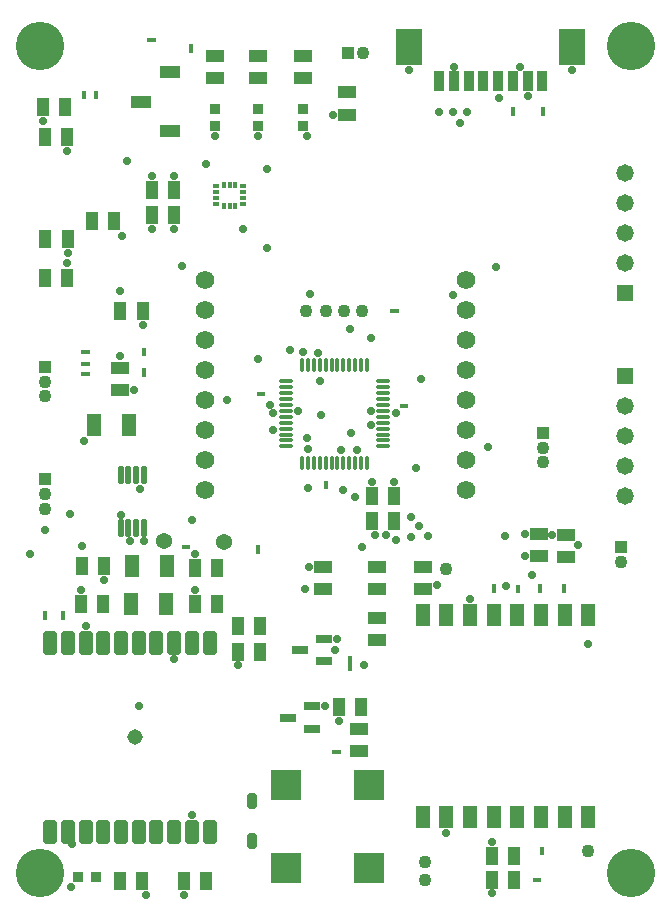
<source format=gts>
G04*
G04 #@! TF.GenerationSoftware,Altium Limited,Altium Designer,25.0.2 (28)*
G04*
G04 Layer_Color=8388736*
%FSLAX44Y44*%
%MOMM*%
G71*
G04*
G04 #@! TF.SameCoordinates,2A483E41-FD86-4516-B0ED-3C6593A289C4*
G04*
G04*
G04 #@! TF.FilePolarity,Negative*
G04*
G01*
G75*
%ADD20R,1.2000X1.9000*%
%ADD21R,1.2000X1.9000*%
%ADD25R,0.3500X0.5750*%
%ADD26R,0.5750X0.3500*%
%ADD40R,0.5500X0.3500*%
%ADD41R,0.3500X0.5500*%
%ADD42R,0.3500X0.5500*%
%ADD43R,0.5500X0.3500*%
%ADD44R,0.3500X0.5500*%
%ADD45R,0.3500X0.5500*%
%ADD46R,0.5500X0.3500*%
%ADD47R,0.5500X0.3500*%
%ADD48R,1.5716X1.1416*%
%ADD49R,0.2500X0.3500*%
%ADD50R,1.7016X1.1016*%
%ADD51R,1.1416X1.5716*%
%ADD52R,0.9016X0.9016*%
G04:AMPARAMS|DCode=53|XSize=2.1016mm|YSize=1.1016mm|CornerRadius=0.1758mm|HoleSize=0mm|Usage=FLASHONLY|Rotation=270.000|XOffset=0mm|YOffset=0mm|HoleType=Round|Shape=RoundedRectangle|*
%AMROUNDEDRECTD53*
21,1,2.1016,0.7500,0,0,270.0*
21,1,1.7500,1.1016,0,0,270.0*
1,1,0.3516,-0.3750,-0.8750*
1,1,0.3516,-0.3750,0.8750*
1,1,0.3516,0.3750,0.8750*
1,1,0.3516,0.3750,-0.8750*
%
%ADD53ROUNDEDRECTD53*%
%ADD54R,0.3500X0.2500*%
%ADD55C,1.1016*%
%ADD56R,2.2016X3.1016*%
%ADD57R,0.9016X1.7016*%
%ADD58R,0.9016X0.9016*%
%ADD59O,1.3516X0.3516*%
G04:AMPARAMS|DCode=60|XSize=1.4216mm|YSize=0.7016mm|CornerRadius=0.1258mm|HoleSize=0mm|Usage=FLASHONLY|Rotation=180.000|XOffset=0mm|YOffset=0mm|HoleType=Round|Shape=RoundedRectangle|*
%AMROUNDEDRECTD60*
21,1,1.4216,0.4500,0,0,180.0*
21,1,1.1700,0.7016,0,0,180.0*
1,1,0.2516,-0.5850,0.2250*
1,1,0.2516,0.5850,0.2250*
1,1,0.2516,0.5850,-0.2250*
1,1,0.2516,-0.5850,-0.2250*
%
%ADD60ROUNDEDRECTD60*%
G04:AMPARAMS|DCode=61|XSize=1.5016mm|YSize=0.5116mm|CornerRadius=0.1021mm|HoleSize=0mm|Usage=FLASHONLY|Rotation=90.000|XOffset=0mm|YOffset=0mm|HoleType=Round|Shape=RoundedRectangle|*
%AMROUNDEDRECTD61*
21,1,1.5016,0.3075,0,0,90.0*
21,1,1.2975,0.5116,0,0,90.0*
1,1,0.2041,0.1538,0.6488*
1,1,0.2041,0.1538,-0.6488*
1,1,0.2041,-0.1538,-0.6488*
1,1,0.2041,-0.1538,0.6488*
%
%ADD61ROUNDEDRECTD61*%
%ADD62R,1.2316X1.8716*%
G04:AMPARAMS|DCode=63|XSize=1.3116mm|YSize=0.8316mm|CornerRadius=0.2333mm|HoleSize=0mm|Usage=FLASHONLY|Rotation=270.000|XOffset=0mm|YOffset=0mm|HoleType=Round|Shape=RoundedRectangle|*
%AMROUNDEDRECTD63*
21,1,1.3116,0.3650,0,0,270.0*
21,1,0.8450,0.8316,0,0,270.0*
1,1,0.4666,-0.1825,-0.4225*
1,1,0.4666,-0.1825,0.4225*
1,1,0.4666,0.1825,0.4225*
1,1,0.4666,0.1825,-0.4225*
%
%ADD63ROUNDEDRECTD63*%
%ADD64O,0.3516X1.3516*%
%ADD65R,2.6016X2.6016*%
%ADD66R,1.1016X1.1016*%
%ADD67R,1.1016X1.1016*%
%ADD68C,1.3116*%
%ADD69C,0.7016*%
%ADD70C,1.4716*%
%ADD71C,1.5748*%
%ADD72C,4.1016*%
%ADD73R,1.4716X1.4716*%
%ADD74C,1.3716*%
D20*
X468936Y71970D02*
D03*
X388938D02*
D03*
X408938D02*
D03*
X348939D02*
D03*
X368939D02*
D03*
X388940Y242970D02*
D03*
X428940D02*
D03*
X448938D02*
D03*
D21*
X488936Y71970D02*
D03*
X428940Y71971D02*
D03*
X448939D02*
D03*
X348940Y242970D02*
D03*
X368940D02*
D03*
X408940D02*
D03*
X488937D02*
D03*
X468937D02*
D03*
D25*
X180340Y607530D02*
D03*
X185340D02*
D03*
X190340D02*
D03*
Y589280D02*
D03*
X185340D02*
D03*
X180340D02*
D03*
D26*
X196965Y605905D02*
D03*
Y600905D02*
D03*
Y595905D02*
D03*
Y590905D02*
D03*
X173715D02*
D03*
Y595905D02*
D03*
Y600905D02*
D03*
Y605905D02*
D03*
D40*
X119380Y730250D02*
D03*
X148590Y300990D02*
D03*
D41*
X287020Y199600D02*
D03*
X425451Y669506D02*
D03*
X62230Y683260D02*
D03*
D42*
X287020Y205100D02*
D03*
X113030Y465880D02*
D03*
X209550Y298450D02*
D03*
X113030Y448310D02*
D03*
D43*
X445769Y19050D02*
D03*
X332956Y420382D02*
D03*
D44*
X152408Y722625D02*
D03*
X266671Y353065D02*
D03*
X29198Y242575D02*
D03*
X449569Y43396D02*
D03*
X408917Y265435D02*
D03*
X429292Y265214D02*
D03*
X448321Y265427D02*
D03*
X468650Y265410D02*
D03*
X450831Y669506D02*
D03*
X72395Y683254D02*
D03*
D45*
X44439Y242575D02*
D03*
D46*
X275800Y127000D02*
D03*
X63500Y455930D02*
D03*
Y466090D02*
D03*
Y447040D02*
D03*
D47*
X325126Y500391D02*
D03*
X212085Y430503D02*
D03*
D48*
X284480Y685550D02*
D03*
Y666750D02*
D03*
X247651Y716790D02*
D03*
Y697990D02*
D03*
X209550D02*
D03*
Y716789D02*
D03*
X349250Y264920D02*
D03*
Y283720D02*
D03*
X309880D02*
D03*
Y264920D02*
D03*
X264160Y283720D02*
D03*
X92711Y433830D02*
D03*
X469900Y311150D02*
D03*
X447040Y311660D02*
D03*
X172721Y716790D02*
D03*
Y697990D02*
D03*
X294640Y127760D02*
D03*
Y146560D02*
D03*
X469900Y292350D02*
D03*
X447040Y292860D02*
D03*
X309880Y221740D02*
D03*
Y240540D02*
D03*
X264160Y264920D02*
D03*
X92711Y452630D02*
D03*
D49*
X116630Y730250D02*
D03*
X122130D02*
D03*
X448520Y19050D02*
D03*
X443020D02*
D03*
X278550Y127000D02*
D03*
X273050D02*
D03*
X151340Y300990D02*
D03*
X145840D02*
D03*
X66250Y455930D02*
D03*
X60750D02*
D03*
X66250Y466090D02*
D03*
X60750D02*
D03*
X66250Y447040D02*
D03*
X60750D02*
D03*
X322370Y500380D02*
D03*
X327870D02*
D03*
X330200Y420370D02*
D03*
X335700D02*
D03*
X209340Y430530D02*
D03*
X214840D02*
D03*
D50*
X110620Y677780D02*
D03*
X134620Y652780D02*
D03*
Y702780D02*
D03*
D51*
X211330Y212090D02*
D03*
X192530D02*
D03*
X425960Y19050D02*
D03*
X407160D02*
D03*
Y39370D02*
D03*
X425960D02*
D03*
X306070Y344170D02*
D03*
X305560Y322580D02*
D03*
X277620Y165100D02*
D03*
X138430Y603250D02*
D03*
X138180Y581660D02*
D03*
X87380Y576580D02*
D03*
X48260Y561340D02*
D03*
X59180Y252730D02*
D03*
X146810Y17780D02*
D03*
X324870Y344170D02*
D03*
X324360Y322580D02*
D03*
X47500Y647700D02*
D03*
X27430Y673100D02*
D03*
X119630Y603250D02*
D03*
X119380Y581660D02*
D03*
X111760Y500380D02*
D03*
X60450Y284480D02*
D03*
X79250D02*
D03*
X77980Y252730D02*
D03*
X296420Y165100D02*
D03*
X211330Y233680D02*
D03*
X192530D02*
D03*
X28700Y647700D02*
D03*
X155700Y283209D02*
D03*
X174500D02*
D03*
X155700Y252730D02*
D03*
X174499D02*
D03*
X46230Y673100D02*
D03*
X92960Y500380D02*
D03*
X28700Y528321D02*
D03*
X47500D02*
D03*
X68580Y576580D02*
D03*
X92200Y17780D02*
D03*
X111000D02*
D03*
X165610D02*
D03*
X29460Y561340D02*
D03*
D52*
X57270Y21590D02*
D03*
X72270D02*
D03*
D53*
X168430Y59710D02*
D03*
X153430D02*
D03*
X138430D02*
D03*
X123430D02*
D03*
X108430D02*
D03*
X93430D02*
D03*
X78430D02*
D03*
X63430D02*
D03*
X48430D02*
D03*
X33430D02*
D03*
Y219710D02*
D03*
X48430D02*
D03*
X63430D02*
D03*
X78430D02*
D03*
X93430D02*
D03*
X108430D02*
D03*
X123430D02*
D03*
X138430D02*
D03*
X153430D02*
D03*
X168430D02*
D03*
D54*
X287020Y202350D02*
D03*
Y207850D02*
D03*
Y196850D02*
D03*
X425450Y672250D02*
D03*
X152400Y725380D02*
D03*
Y719880D02*
D03*
X44450Y239820D02*
D03*
Y245320D02*
D03*
X266700Y350310D02*
D03*
Y355810D02*
D03*
X425450Y666750D02*
D03*
X62229Y686010D02*
D03*
Y680510D02*
D03*
X29210Y239820D02*
D03*
Y245320D02*
D03*
X113030Y463130D02*
D03*
Y468630D02*
D03*
X209550Y301200D02*
D03*
Y295700D02*
D03*
X449580Y40640D02*
D03*
Y46140D02*
D03*
X408940Y262680D02*
D03*
Y268180D02*
D03*
X429260Y267970D02*
D03*
Y262470D02*
D03*
X448310Y268180D02*
D03*
Y262680D02*
D03*
X468630Y268180D02*
D03*
Y262680D02*
D03*
X450850Y672250D02*
D03*
Y666750D02*
D03*
X113030Y451060D02*
D03*
Y445560D02*
D03*
X72390Y680510D02*
D03*
Y686010D02*
D03*
D55*
X350520Y19050D02*
D03*
Y34290D02*
D03*
X488950Y43180D02*
D03*
X281940Y500380D02*
D03*
X297180D02*
D03*
X266700D02*
D03*
X250190D02*
D03*
X368300Y281940D02*
D03*
X298450Y718820D02*
D03*
X450850Y372310D02*
D03*
Y384810D02*
D03*
X29210Y428190D02*
D03*
Y332940D02*
D03*
X516890Y288290D02*
D03*
X29210Y345440D02*
D03*
Y440690D02*
D03*
D56*
X475650Y723900D02*
D03*
X337350D02*
D03*
D57*
X375150Y694900D02*
D03*
X425150D02*
D03*
X362650D02*
D03*
X387650D02*
D03*
X400150D02*
D03*
X412650D02*
D03*
X437650D02*
D03*
X450150D02*
D03*
D58*
X247650Y656710D02*
D03*
X209550Y656710D02*
D03*
X172720Y656830D02*
D03*
X247650Y671710D02*
D03*
X209550D02*
D03*
X172720Y671830D02*
D03*
D59*
X315450Y415910D02*
D03*
Y410910D02*
D03*
Y385910D02*
D03*
Y390910D02*
D03*
Y395910D02*
D03*
Y400910D02*
D03*
Y405910D02*
D03*
Y420910D02*
D03*
Y425910D02*
D03*
Y430910D02*
D03*
Y435910D02*
D03*
Y440910D02*
D03*
X232950D02*
D03*
Y435910D02*
D03*
Y430910D02*
D03*
Y425910D02*
D03*
Y420910D02*
D03*
Y415910D02*
D03*
Y410910D02*
D03*
Y405910D02*
D03*
Y400910D02*
D03*
Y395910D02*
D03*
Y390910D02*
D03*
Y385910D02*
D03*
D60*
X255110Y165710D02*
D03*
X265270Y222860D02*
D03*
Y203860D02*
D03*
X245270Y213360D02*
D03*
X235110Y156210D02*
D03*
X255110Y146710D02*
D03*
D61*
X112621Y316835D02*
D03*
Y361345D02*
D03*
X93120Y316835D02*
D03*
X99620D02*
D03*
X106120D02*
D03*
Y361345D02*
D03*
X99620D02*
D03*
X93120D02*
D03*
D62*
X132080Y284480D02*
D03*
X102680D02*
D03*
X131540Y252730D02*
D03*
X102140D02*
D03*
X70390Y403860D02*
D03*
X99790D02*
D03*
D63*
X204470Y52034D02*
D03*
Y85634D02*
D03*
D64*
X301700Y454660D02*
D03*
X296700D02*
D03*
X291700D02*
D03*
X286700D02*
D03*
X281700D02*
D03*
X276700D02*
D03*
X271700D02*
D03*
X266700D02*
D03*
X261700D02*
D03*
X256700D02*
D03*
X251700D02*
D03*
X246700D02*
D03*
Y372160D02*
D03*
X251700D02*
D03*
X256700D02*
D03*
X261700D02*
D03*
X266700D02*
D03*
X271700D02*
D03*
X276700D02*
D03*
X281700D02*
D03*
X286700D02*
D03*
X291700D02*
D03*
X296700D02*
D03*
X301700D02*
D03*
D65*
X232970Y98754D02*
D03*
X302970D02*
D03*
Y28754D02*
D03*
X232970D02*
D03*
D66*
X285950Y718820D02*
D03*
D67*
X450850Y397310D02*
D03*
X516890Y300790D02*
D03*
X29210Y357940D02*
D03*
Y453190D02*
D03*
D68*
X105430Y139710D02*
D03*
D69*
X380650Y659290D02*
D03*
X374650Y669290D02*
D03*
X362650D02*
D03*
X386650D02*
D03*
X192487Y200470D02*
D03*
X155702Y294892D02*
D03*
X93218Y327680D02*
D03*
X112621Y305565D02*
D03*
X93980Y563880D02*
D03*
X196850Y570230D02*
D03*
X165100Y624840D02*
D03*
X145260Y538988D02*
D03*
X217170Y553720D02*
D03*
Y621030D02*
D03*
X50800Y12700D02*
D03*
X52110Y49119D02*
D03*
X293624Y382778D02*
D03*
X281700Y349250D02*
D03*
X299445Y201168D02*
D03*
X209340Y459740D02*
D03*
X182880Y425450D02*
D03*
X347218Y443230D02*
D03*
X304800Y404114D02*
D03*
X219329Y420910D02*
D03*
X253420Y514676D02*
D03*
X305308Y477632D02*
D03*
X243586Y415910D02*
D03*
X92960Y517144D02*
D03*
Y462026D02*
D03*
X342900Y367284D02*
D03*
X374142Y514096D02*
D03*
X222504Y399913D02*
D03*
X437650Y682752D02*
D03*
X262955Y412260D02*
D03*
X403860Y385318D02*
D03*
X251206Y392735D02*
D03*
X410568Y537568D02*
D03*
X222041Y413811D02*
D03*
X50546Y328620D02*
D03*
X236413Y467098D02*
D03*
X29210Y314706D02*
D03*
X247396Y465582D02*
D03*
X441325Y276860D02*
D03*
X338836Y326064D02*
D03*
X287528Y484886D02*
D03*
X261620Y441071D02*
D03*
X60450Y301244D02*
D03*
X153670Y323850D02*
D03*
X419100Y267970D02*
D03*
X345948Y318516D02*
D03*
X325882Y306324D02*
D03*
X338836Y309118D02*
D03*
X16510Y294894D02*
D03*
X279875Y382778D02*
D03*
X251714Y350310D02*
D03*
Y383794D02*
D03*
X480314Y302260D02*
D03*
X297180Y300276D02*
D03*
X318010Y310960D02*
D03*
X353060Y309880D02*
D03*
X418338D02*
D03*
X360870Y268095D02*
D03*
X109446Y350075D02*
D03*
X47500Y541020D02*
D03*
X259842Y465328D02*
D03*
X60450Y301292D02*
D03*
X155700Y264350D02*
D03*
X249430Y264920D02*
D03*
X288478Y397002D02*
D03*
X100917Y305562D02*
D03*
X79250Y272860D02*
D03*
X308735Y310960D02*
D03*
X431500Y707170D02*
D03*
X325970Y414085D02*
D03*
X114554Y6096D02*
D03*
X108430Y165636D02*
D03*
X250825Y648440D02*
D03*
X291700Y342646D02*
D03*
X388940Y256794D02*
D03*
X435356Y292862D02*
D03*
X98298Y627126D02*
D03*
X61922Y390652D02*
D03*
X276140Y222860D02*
D03*
X274595Y213526D02*
D03*
X324870Y355790D02*
D03*
X111760Y488760D02*
D03*
X435420Y311660D02*
D03*
X458280Y311150D02*
D03*
X119380Y570040D02*
D03*
X119630Y614870D02*
D03*
X47500Y636080D02*
D03*
X27430Y661480D02*
D03*
X272860Y666750D02*
D03*
X413025Y680676D02*
D03*
X146810Y6160D02*
D03*
X153430Y73980D02*
D03*
X63430Y233980D02*
D03*
X59180Y264350D02*
D03*
X138430Y205440D02*
D03*
X265980Y165710D02*
D03*
X277620Y153480D02*
D03*
X368940Y58200D02*
D03*
X252540Y283720D02*
D03*
X407160Y7430D02*
D03*
Y50990D02*
D03*
X104331Y433830D02*
D03*
X306070Y355790D02*
D03*
X304930Y415910D02*
D03*
X488940Y218200D02*
D03*
X48260Y549720D02*
D03*
X138180Y570040D02*
D03*
X138430Y614870D02*
D03*
X172720Y648559D02*
D03*
X209550Y648440D02*
D03*
X375150Y707170D02*
D03*
X337350Y704630D02*
D03*
X475650D02*
D03*
D70*
X520000Y566420D02*
D03*
Y541020D02*
D03*
Y591820D02*
D03*
Y617220D02*
D03*
Y420370D02*
D03*
Y394970D02*
D03*
Y369570D02*
D03*
Y344170D02*
D03*
D71*
X385200Y450470D02*
D03*
X164800Y501270D02*
D03*
Y348870D02*
D03*
Y374270D02*
D03*
Y399670D02*
D03*
Y425070D02*
D03*
Y450470D02*
D03*
Y475870D02*
D03*
Y526670D02*
D03*
X385200Y348870D02*
D03*
Y374270D02*
D03*
Y399670D02*
D03*
Y425070D02*
D03*
Y475870D02*
D03*
Y501270D02*
D03*
Y526670D02*
D03*
D72*
X25000Y725000D02*
D03*
Y25000D02*
D03*
X525000D02*
D03*
X525000Y725000D02*
D03*
D73*
X520000Y515620D02*
D03*
Y445770D02*
D03*
D74*
X180340Y304800D02*
D03*
X129830Y305364D02*
D03*
M02*

</source>
